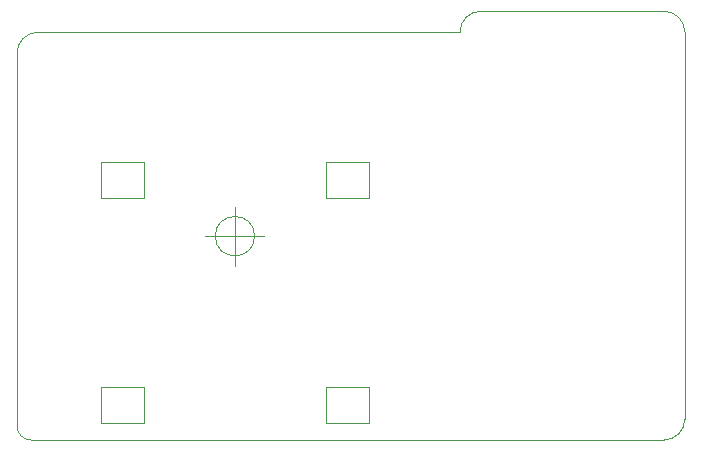
<source format=gbr>
%TF.GenerationSoftware,KiCad,Pcbnew,(5.1.7)-1*%
%TF.CreationDate,2020-10-26T01:34:49-04:00*%
%TF.ProjectId,OreoOrtho,4f72656f-4f72-4746-986f-2e6b69636164,rev?*%
%TF.SameCoordinates,Original*%
%TF.FileFunction,Profile,NP*%
%FSLAX46Y46*%
G04 Gerber Fmt 4.6, Leading zero omitted, Abs format (unit mm)*
G04 Created by KiCad (PCBNEW (5.1.7)-1) date 2020-10-26 01:34:49*
%MOMM*%
%LPD*%
G01*
G04 APERTURE LIST*
%TA.AperFunction,Profile*%
%ADD10C,0.038100*%
%TD*%
%TA.AperFunction,Profile*%
%ADD11C,0.120000*%
%TD*%
G04 APERTURE END LIST*
D10*
X178593900Y-37504719D02*
G75*
G02*
X180379839Y-35718780I1785939J0D01*
G01*
X195857977Y-35718780D02*
X180379839Y-35718780D01*
X161210550Y-54768796D02*
G75*
G03*
X161210550Y-54768796I-1666666J0D01*
G01*
X157043884Y-54768796D02*
X162043884Y-54768796D01*
X159543884Y-52268796D02*
X159543884Y-57268796D01*
X142279807Y-72032873D02*
G75*
G02*
X141089181Y-70842247I0J1190626D01*
G01*
X141089181Y-39290658D02*
G75*
G02*
X142875120Y-37504719I1785939J0D01*
G01*
X195857977Y-35718780D02*
G75*
G02*
X197643916Y-37504719I0J-1785939D01*
G01*
X197643916Y-70246934D02*
G75*
G02*
X195857977Y-72032873I-1785939J0D01*
G01*
X178593900Y-37504719D02*
X142875120Y-37504719D01*
X197643916Y-70246934D02*
X197643916Y-37504719D01*
X142279807Y-72032873D02*
X195857977Y-72032873D01*
X141089181Y-39290658D02*
X141089181Y-70842247D01*
D11*
%TO.C,LED4*%
X170869000Y-67506300D02*
X170869000Y-70606300D01*
X170869000Y-70606300D02*
X167269000Y-70606300D01*
X167269000Y-70606300D02*
X167269000Y-67506300D01*
X167269000Y-67506300D02*
X170869000Y-67506300D01*
%TO.C,LED3*%
X151819000Y-67506300D02*
X151819000Y-70606300D01*
X151819000Y-70606300D02*
X148219000Y-70606300D01*
X148219000Y-70606300D02*
X148219000Y-67506300D01*
X148219000Y-67506300D02*
X151819000Y-67506300D01*
%TO.C,LED2*%
X151819000Y-48456300D02*
X151819000Y-51556300D01*
X151819000Y-51556300D02*
X148219000Y-51556300D01*
X148219000Y-51556300D02*
X148219000Y-48456300D01*
X148219000Y-48456300D02*
X151819000Y-48456300D01*
%TO.C,LED1*%
X170869000Y-48456300D02*
X170869000Y-51556300D01*
X170869000Y-51556300D02*
X167269000Y-51556300D01*
X167269000Y-51556300D02*
X167269000Y-48456300D01*
X167269000Y-48456300D02*
X170869000Y-48456300D01*
%TD*%
M02*

</source>
